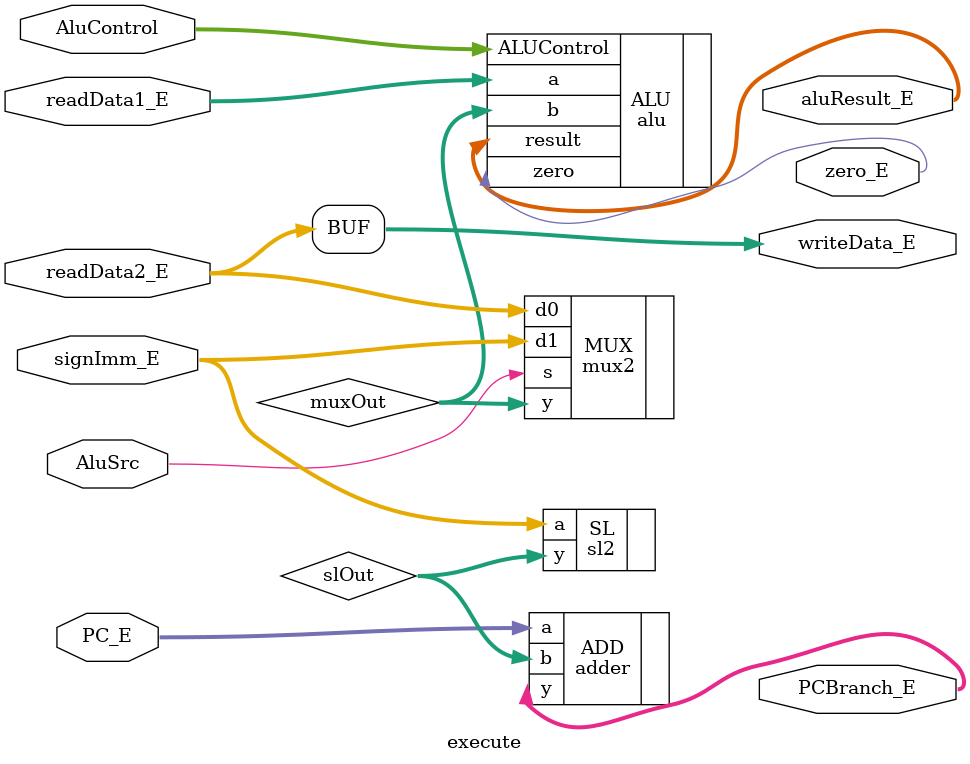
<source format=sv>
module execute
	#(parameter N = 64)
	(input logic AluSrc,
	 input logic [3:0] AluControl,
	 input logic [N-1:0] PC_E, signImm_E, readData1_E, readData2_E,
	 output logic zero_E,
	 output logic [N-1:0] PCBranch_E, aluResult_E, writeData_E);
		
	logic [N-1:0] muxOut, slOut;
	
	mux2 #(N) MUX(.d0(readData2_E), .d1(signImm_E), .s(AluSrc), .y(muxOut));
	
	sl2 SL(.a(signImm_E), .y(slOut));
			 
	adder #(N) ADD (.a(PC_E), .b(slOut), .y(PCBranch_E));

	alu ALU (.a(readData1_E), .b(muxOut), .ALUControl(AluControl),	.result(aluResult_E),
				.zero(zero_E));
	

	
	assign writeData_E = readData2_E;
			
endmodule

</source>
